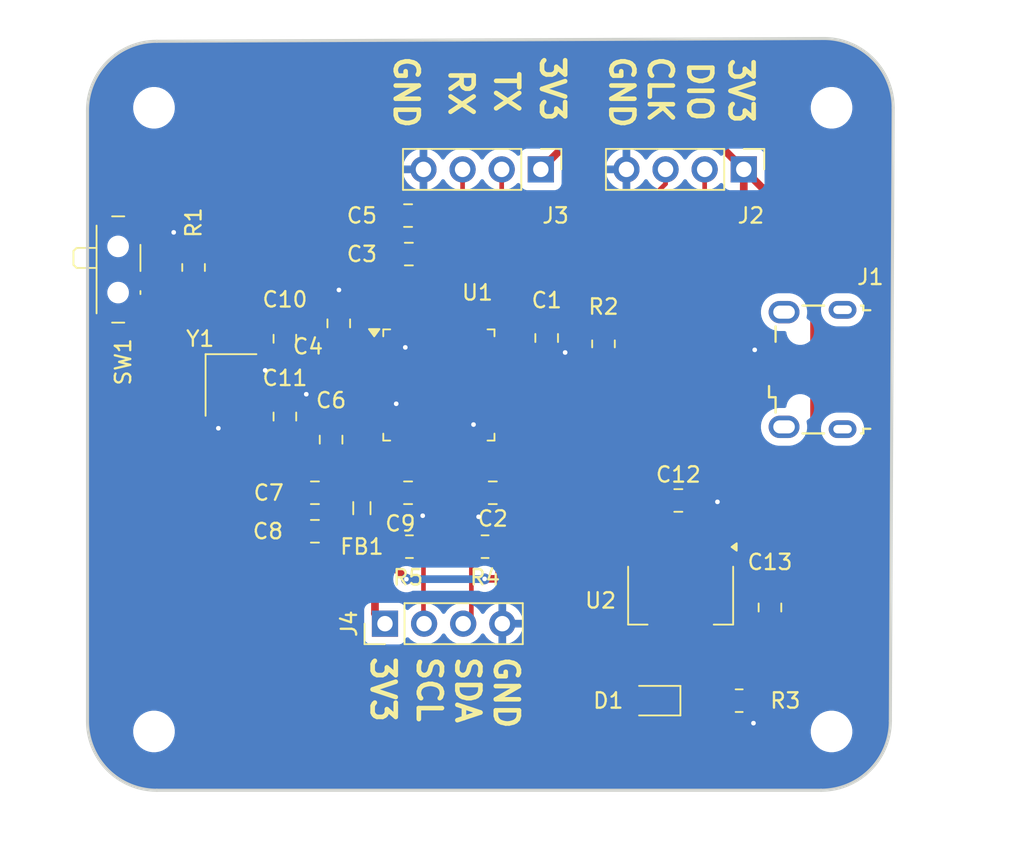
<source format=kicad_pcb>
(kicad_pcb (version 20240108) (generator "pcbnew") (generator_version "8.0")
  (layers (0 "F.Cu" signal) (31 "B.Cu" power) (34 "B.Paste" user) (35 "F.Paste" user) (36 "B.SilkS" user "B.Silkscreen") (37 "F.SilkS" user "F.Silkscreen") (38 "B.Mask" user) (39 "F.Mask" user) (44 "Edge.Cuts" user))
  (net 0 "")
  (net 1 "GND")
  (net 2 "+3V3")
  (net 3 "+3V3A")
  (net 4 "/NRST")
  (net 5 "/HSE_IN")
  (net 6 "/HSE_OUT")
  (net 7 "VBUS")
  (net 8 "/PWR_LED_K")
  (net 13 "/USB_D-")
  (net 15 "/USB_D+")
  (net 16 "/SWDIO")
  (net 17 "/SWCLK")
  (net 18 "/USART1_TX")
  (net 19 "/USART1_RX")
  (net 20 "/I2C_SDA")
  (net 21 "/I2C_SCL")
  (net 22 "/SW_BOOT0")
  (net 23 "/BOOT0")
  (footprint "Capacitor_SMD:C_0805_2012Metric" (layer "F.Cu") (at 138.86 80.47)
    (property "Reference" "C5" (at -3 0 0) (layer "F.SilkS"))
    (property "Value" "10u")
    (fp_line (start -0.261252 -0.735) (end 0.261252 -0.735) (stroke (width 0.12)) (layer "F.SilkS"))
    (fp_line (start -0.261252 0.735) (end 0.261252 0.735) (stroke (width 0.12)) (layer "F.SilkS"))
    (pad "1" smd roundrect (at -0.95 0) (size 1 1.45) (layers "F.Cu" "F.Paste" "F.Mask") (net 2 "+3V3"))
    (pad "2" smd roundrect (at 0.95 0) (size 1 1.45) (layers "F.Cu" "F.Paste" "F.Mask") (net 1 "GND"))
  )
  (footprint "Resistor_SMD:R_0805_2012Metric" (layer "F.Cu") (at 151.55 88.8 90)
    (property "Reference" "R2" (at 2.4125 0 180) (layer "F.SilkS"))
    (property "Value" "1k5")
    (fp_line (start -0.227064 -0.735) (end 0.227064 -0.735) (stroke (width 0.12)) (layer "F.SilkS"))
    (fp_line (start -0.227064 0.735) (end 0.227064 0.735) (stroke (width 0.12)) (layer "F.SilkS"))
    (pad "1" smd roundrect (at -0.9125 0 90) (size 1.025 1.4) (layers "F.Cu" "F.Paste" "F.Mask") (roundrect_rratio 0.243902) (net 15 "/USB_D+"))
    (pad "2" smd roundrect (at 0.9125 0 90) (size 1.025 1.4) (layers "F.Cu" "F.Paste" "F.Mask") (roundrect_rratio 0.243902) (net 2 "+3V3"))
  )
  (footprint "Capacitor_SMD:C_0805_2012Metric" (layer "F.Cu") (at 156.41 98.97)
    (property "Reference" "C12" (at 0 -1.68 0) (layer "F.SilkS"))
    (property "Value" "22u")
    (fp_line (start -0.261252 -0.735) (end 0.261252 -0.735) (stroke (width 0.12)) (layer "F.SilkS"))
    (fp_line (start -0.261252 0.735) (end 0.261252 0.735) (stroke (width 0.12)) (layer "F.SilkS"))
    (pad "1" smd roundrect (at -0.95 0) (size 1 1.45) (layers "F.Cu" "F.Paste" "F.Mask") (net 7 "VBUS"))
    (pad "2" smd roundrect (at 0.95 0) (size 1 1.45) (layers "F.Cu" "F.Paste" "F.Mask") (net 1 "GND"))
  )
  (footprint "Connector_USB:USB_Micro-B_Wuerth_629105150521" (layer "F.Cu") (at 165.125 90.465 90)
    (property "Reference" "J1" (at 6.005 3.755 180) (layer "F.SilkS"))
    (property "Value" "USB_B_Micro")
    (fp_line (start -1.075 -2.825) (end -1.8 -2.825) (stroke (width 0.15)) (layer "F.SilkS"))
    (fp_line (start -1.8 -2.825) (end -1.8 -2.4) (stroke (width 0.15)) (layer "F.SilkS"))
    (fp_line (start 1.8 -2.4) (end 2.8 -2.4) (stroke (width 0.15)) (layer "F.SilkS"))
    (fp_line (start -1.8 -2.4) (end -2.8 -2.4) (stroke (width 0.15)) (layer "F.SilkS"))
    (fp_line (start -4.15 -0.65) (end -4.15 0.75) (stroke (width 0.15)) (layer "F.SilkS"))
    (fp_line (start 4.15 0.75) (end 4.15 -0.65) (stroke (width 0.15)) (layer "F.SilkS"))
    (fp_line (start -4.15 3.15) (end -4.15 3.3) (stroke (width 0.15)) (layer "F.SilkS"))
    (fp_line (start 4.15 3.3) (end 4.15 3.15) (stroke (width 0.15)) (layer "F.SilkS"))
    (fp_line (start 3.85 3.3) (end 4.15 3.3) (stroke (width 0.15)) (layer "F.SilkS"))
    (fp_line (start -3.85 3.3) (end -3.85 3.75) (stroke (width 0.15)) (layer "F.SilkS"))
    (fp_line (start -4.15 3.3) (end -3.85 3.3) (stroke (width 0.15)) (layer "F.SilkS"))
    (fp_line (start 3.85 3.75) (end 3.85 3.3) (stroke (width 0.15)) (layer "F.SilkS"))
    (pad "" np_thru_hole oval (at -2.5 -0.8 90) (size 0.8 0.8) (drill 0.8) (layers "*.Cu" "*.Mask"))
    (pad "" np_thru_hole oval (at 2.5 -0.8 90) (size 0.8 0.8) (drill 0.8) (layers "*.Cu" "*.Mask"))
    (pad "1" smd rect (at -1.3 -1.9 90) (size 0.45 1.3) (layers "F.Cu" "F.Paste" "F.Mask") (net 7 "VBUS"))
    (pad "2" smd rect (at -0.65 -1.9 90) (size 0.45 1.3) (layers "F.Cu" "F.Paste" "F.Mask") (net 13 "/USB_D-"))
    (pad "3" smd rect (at 0 -1.9 90) (size 0.45 1.3) (layers "F.Cu" "F.Paste" "F.Mask") (net 15 "/USB_D+"))
    (pad "4" smd rect (at 0.65 -1.9 90) (size 0.45 1.3) (layers "F.Cu" "F.Paste" "F.Mask"))
    (pad "5" smd rect (at 1.3 -1.9 90) (size 0.45 1.3) (layers "F.Cu" "F.Paste" "F.Mask") (net 1 "GND"))
    (pad "6" thru_hole oval (at -3.875 1.95 90) (size 1.15 1.8) (drill oval 0.55 1.2) (layers "*.Cu" "*.Mask"))
    (pad "6" thru_hole oval (at -3.725 -1.85 90) (size 1.45 2) (drill oval 0.85 1.4) (layers "*.Cu" "*.Mask"))
    (pad "6" thru_hole oval (at 3.725 -1.85 90) (size 1.45 2) (drill oval 0.85 1.4) (layers "*.Cu" "*.Mask"))
    (pad "6" thru_hole oval (at 3.875 1.95 90) (size 1.15 1.8) (drill oval 0.55 1.2) (layers "*.Cu" "*.Mask"))
  )
  (footprint "Capacitor_SMD:C_0805_2012Metric" (layer "F.Cu") (at 132.81 98.47 180)
    (property "Reference" "C7" (at 3 0 360) (layer "F.SilkS"))
    (property "Value" "1u")
    (fp_line (start -0.261252 0.735) (end 0.261252 0.735) (stroke (width 0.12)) (layer "F.SilkS"))
    (fp_line (start -0.261252 -0.735) (end 0.261252 -0.735) (stroke (width 0.12)) (layer "F.SilkS"))
    (pad "1" smd roundrect (at -0.95 0 180) (size 1 1.45) (layers "F.Cu" "F.Paste" "F.Mask") (net 3 "+3V3A"))
    (pad "2" smd roundrect (at 0.95 0 180) (size 1 1.45) (layers "F.Cu" "F.Paste" "F.Mask") (net 1 "GND"))
  )
  (footprint "MountingHole:MountingHole_2.2mm_M2" (layer "F.Cu") (at 166.36 113.97)
    (property "Reference" "H4" (hide yes))
    (property "Value" "MountingHole")
    (pad "" np_thru_hole circle (at 0 0) (size 2.2 2.2) (drill 2.2) (layers "*.Cu" "*.Mask"))
  )
  (footprint "MountingHole:MountingHole_2.2mm_M2" (layer "F.Cu") (at 122.36 73.47)
    (property "Reference" "H1" (hide yes))
    (property "Value" "MountingHole")
    (pad "" np_thru_hole circle (at 0 0) (size 2.2 2.2) (drill 2.2) (layers "*.Cu" "*.Mask"))
  )
  (footprint "Capacitor_SMD:C_0805_2012Metric" (layer "F.Cu") (at 147.86 88.42 -90)
    (property "Reference" "C1" (at -2.45 0 360) (layer "F.SilkS"))
    (property "Value" "100n")
    (fp_line (start -0.261252 0.735) (end 0.261252 0.735) (stroke (width 0.12)) (layer "F.SilkS"))
    (fp_line (start -0.261252 -0.735) (end 0.261252 -0.735) (stroke (width 0.12)) (layer "F.SilkS"))
    (pad "1" smd roundrect (at -0.95 0 270) (size 1 1.45) (layers "F.Cu" "F.Paste" "F.Mask") (net 2 "+3V3"))
    (pad "2" smd roundrect (at 0.95 0 270) (size 1 1.45) (layers "F.Cu" "F.Paste" "F.Mask") (net 1 "GND"))
  )
  (footprint "Button_Switch_SMD:SW_SPDT_PCM12" (layer "F.Cu") (at 120.36 83.97 -90)
    (property "Reference" "SW1" (at 6 0 90) (layer "F.SilkS"))
    (property "Value" "SW_SPDT")
    (fp_line (start -1.2 3.23) (end -0.3 3.23) (stroke (width 0.12)) (layer "F.SilkS"))
    (fp_line (start -1.4 3.02) (end -1.2 3.23) (stroke (width 0.12)) (layer "F.SilkS"))
    (fp_line (start -0.1 3.02) (end -0.3 3.23) (stroke (width 0.12)) (layer "F.SilkS"))
    (fp_line (start -0.1 3.02) (end -0.1 1.73) (stroke (width 0.12)) (layer "F.SilkS"))
    (fp_line (start -2.85 1.73) (end 2.85 1.73) (stroke (width 0.12)) (layer "F.SilkS"))
    (fp_line (start -1.4 1.73) (end -1.4 3.02) (stroke (width 0.12)) (layer "F.SilkS"))
    (fp_line (start 3.45 0.72) (end 3.45 -0.07) (stroke (width 0.12)) (layer "F.SilkS"))
    (fp_line (start -3.45 -0.07) (end -3.45 0.72) (stroke (width 0.12)) (layer "F.SilkS"))
    (fp_line (start -1.6 -1.12) (end 0.1 -1.12) (stroke (width 0.12)) (layer "F.SilkS"))
    (fp_line (start 1.4 -1.12) (end 1.6 -1.12) (stroke (width 0.12)) (layer "F.SilkS"))
    (pad "" smd rect (at -3.65 -0.78 270) (size 1 0.8) (layers "F.Cu" "F.Paste" "F.Mask"))
    (pad "" smd rect (at -3.65 1.43 270) (size 1 0.8) (layers "F.Cu" "F.Paste" "F.Mask"))
    (pad "" np_thru_hole circle (at -1.5 0.33 270) (size 0.9 0.9) (drill 0.9) (layers "*.Cu" "*.Mask"))
    (pad "" np_thru_hole circle (at 1.5 0.33 270) (size 0.9 0.9) (drill 0.9) (layers "*.Cu" "*.Mask"))
    (pad "" smd rect (at 3.65 -0.78 270) (size 1 0.8) (layers "F.Cu" "F.Paste" "F.Mask"))
    (pad "" smd rect (at 3.65 1.43 270) (size 1 0.8) (layers "F.Cu" "F.Paste" "F.Mask"))
    (pad "1" smd rect (at -2.25 -1.43 270) (size 0.7 1.5) (layers "F.Cu" "F.Paste" "F.Mask") (net 1 "GND"))
    (pad "2" smd rect (at 0.75 -1.43 270) (size 0.7 1.5) (layers "F.Cu" "F.Paste" "F.Mask") (net 22 "/SW_BOOT0"))
    (pad "3" smd rect (at 2.25 -1.43 270) (size 0.7 1.5) (layers "F.Cu" "F.Paste" "F.Mask") (net 2 "+3V3"))
  )
  (footprint "Capacitor_SMD:C_0805_2012Metric" (layer "F.Cu") (at 132.81 100.97 180)
    (property "Reference" "C8" (at 3.05 0 360) (layer "F.SilkS"))
    (property "Value" "1u")
    (fp_line (start -0.261252 0.735) (end 0.261252 0.735) (stroke (width 0.12)) (layer "F.SilkS"))
    (fp_line (start -0.261252 -0.735) (end 0.261252 -0.735) (stroke (width 0.12)) (layer "F.SilkS"))
    (pad "1" smd roundrect (at -0.95 0 180) (size 1 1.45) (layers "F.Cu" "F.Paste" "F.Mask") (net 2 "+3V3"))
    (pad "2" smd roundrect (at 0.95 0 180) (size 1 1.45) (layers "F.Cu" "F.Paste" "F.Mask") (net 1 "GND"))
  )
  (footprint "Connector_PinHeader_2.54mm:PinHeader_1x04_P2.54mm_Vertical" (layer "F.Cu") (at 160.66 77.47 -90)
    (property "Reference" "J2" (at 3 -0.46 180) (layer "F.SilkS"))
    (property "Value" "Conn_01x04_Pin")
    (fp_line (start -1.33 8.95) (end 1.33 8.95) (stroke (width 0.12)) (layer "F.SilkS"))
    (fp_line (start -1.33 1.27) (end -1.33 8.95) (stroke (width 0.12)) (layer "F.SilkS"))
    (fp_line (start -1.33 1.27) (end 1.33 1.27) (stroke (width 0.12)) (layer "F.SilkS"))
    (fp_line (start 1.33 1.27) (end 1.33 8.95) (stroke (width 0.12)) (layer "F.SilkS"))
    (fp_line (start -1.33 0) (end -1.33 -1.33) (stroke (width 0.12)) (layer "F.SilkS"))
    (fp_line (start -1.33 -1.33) (end 0 -1.33) (stroke (width 0.12)) (layer "F.SilkS"))
    (pad "1" thru_hole rect (at 0 0 270) (size 1.7 1.7) (drill 1) (layers "*.Cu" "*.Mask") (net 2 "+3V3"))
    (pad "2" thru_hole oval (at 0 2.54 270) (size 1.7 1.7) (drill 1) (layers "*.Cu" "*.Mask") (net 16 "/SWDIO"))
    (pad "3" thru_hole oval (at 0 5.08 270) (size 1.7 1.7) (drill 1) (layers "*.Cu" "*.Mask") (net 17 "/SWCLK"))
    (pad "4" thru_hole oval (at 0 7.62 270) (size 1.7 1.7) (drill 1) (layers "*.Cu" "*.Mask") (net 1 "GND"))
  )
  (footprint "Capacitor_SMD:C_0805_2012Metric" (layer "F.Cu") (at 134.36 87.47 90)
    (property "Reference" "C4" (at -1.5 -2 360) (layer "F.SilkS"))
    (property "Value" "100n")
    (fp_line (start -0.261252 -0.735) (end 0.261252 -0.735) (stroke (width 0.12)) (layer "F.SilkS"))
    (fp_line (start -0.261252 0.735) (end 0.261252 0.735) (stroke (width 0.12)) (layer "F.SilkS"))
    (pad "1" smd roundrect (at -0.95 0 90) (size 1 1.45) (layers "F.Cu" "F.Paste" "F.Mask") (net 2 "+3V3"))
    (pad "2" smd roundrect (at 0.95 0 90) (size 1 1.45) (layers "F.Cu" "F.Paste" "F.Mask") (net 1 "GND"))
  )
  (footprint "Crystal:Crystal_SMD_3225-4Pin_3.2x2.5mm" (layer "F.Cu") (at 127.36 91.47 -90)
    (property "Reference" "Y1" (at -3 2 360) (layer "F.SilkS"))
    (property "Value" "16MHz")
    (fp_line (start -2 1.65) (end 2 1.65) (stroke (width 0.12)) (layer "F.SilkS"))
    (fp_line (start -2 -1.65) (end -2 1.65) (stroke (width 0.12)) (layer "F.SilkS"))
    (pad "1" smd rect (at -1.1 0.85 270) (size 1.4 1.2) (layers "F.Cu" "F.Paste" "F.Mask") (net 5 "/HSE_IN"))
    (pad "2" smd rect (at 1.1 0.85 270) (size 1.4 1.2) (layers "F.Cu" "F.Paste" "F.Mask") (net 1 "GND"))
    (pad "3" smd rect (at 1.1 -0.85 270) (size 1.4 1.2) (layers "F.Cu" "F.Paste" "F.Mask") (net 6 "/HSE_OUT"))
    (pad "4" smd rect (at -1.1 -0.85 270) (size 1.4 1.2) (layers "F.Cu" "F.Paste" "F.Mask") (net 1 "GND"))
  )
  (footprint "Connector_PinHeader_2.54mm:PinHeader_1x04_P2.54mm_Vertical" (layer "F.Cu") (at 147.48 77.47 -90)
    (property "Reference" "J3" (at 3 -0.96 180) (layer "F.SilkS"))
    (property "Value" "Conn_01x04_Pin")
    (fp_line (start -1.33 8.95) (end 1.33 8.95) (stroke (width 0.12)) (layer "F.SilkS"))
    (fp_line (start -1.33 1.27) (end -1.33 8.95) (stroke (width 0.12)) (layer "F.SilkS"))
    (fp_line (start -1.33 1.27) (end 1.33 1.27) (stroke (width 0.12)) (layer "F.SilkS"))
    (fp_line (start 1.33 1.27) (end 1.33 8.95) (stroke (width 0.12)) (layer "F.SilkS"))
    (fp_line (start -1.33 0) (end -1.33 -1.33) (stroke (width 0.12)) (layer "F.SilkS"))
    (fp_line (start -1.33 -1.33) (end 0 -1.33) (stroke (width 0.12)) (layer "F.SilkS"))
    (pad "1" thru_hole rect (at 0 0 270) (size 1.7 1.7) (drill 1) (layers "*.Cu" "*.Mask") (net 2 "+3V3"))
    (pad "2" thru_hole oval (at 0 2.54 270) (size 1.7 1.7) (drill 1) (layers "*.Cu" "*.Mask") (net 18 "/USART1_TX"))
    (pad "3" thru_hole oval (at 0 5.08 270) (size 1.7 1.7) (drill 1) (layers "*.Cu" "*.Mask") (net 19 "/USART1_RX"))
    (pad "4" thru_hole oval (at 0 7.62 270) (size 1.7 1.7) (drill 1) (layers "*.Cu" "*.Mask") (net 1 "GND"))
  )
  (footprint "Capacitor_SMD:C_0805_2012Metric" (layer "F.Cu") (at 138.91 82.97)
    (property "Reference" "C3" (at -3.05 0 0) (layer "F.SilkS"))
    (property "Value" "100n")
    (fp_line (start -0.261252 -0.735) (end 0.261252 -0.735) (stroke (width 0.12)) (layer "F.SilkS"))
    (fp_line (start -0.261252 0.735) (end 0.261252 0.735) (stroke (width 0.12)) (layer "F.SilkS"))
    (pad "1" smd roundrect (at -0.95 0) (size 1 1.45) (layers "F.Cu" "F.Paste" "F.Mask") (net 2 "+3V3"))
    (pad "2" smd roundrect (at 0.95 0) (size 1 1.45) (layers "F.Cu" "F.Paste" "F.Mask") (net 1 "GND"))
  )
  (footprint "MountingHole:MountingHole_2.2mm_M2" (layer "F.Cu") (at 122.36 113.97)
    (property "Reference" "H3" (hide yes))
    (property "Value" "MountingHole")
    (pad "" np_thru_hole circle (at 0 0) (size 2.2 2.2) (drill 2.2) (layers "*.Cu" "*.Mask"))
  )
  (footprint "Package_TO_SOT_SMD:SOT-223-3_TabPin2" (layer "F.Cu") (at 156.56 105.12 -90)
    (property "Reference" "U2" (at 0.35 5.2 180) (layer "F.SilkS"))
    (property "Value" "AMS1117-3.3")
    (fp_line (start -1.85 3.41) (end 1.91 3.41) (stroke (width 0.12)) (layer "F.SilkS"))
    (fp_line (start 1.91 3.41) (end 1.91 2.15) (stroke (width 0.12)) (layer "F.SilkS"))
    (fp_line (start -1.85 -3.41) (end 1.91 -3.41) (stroke (width 0.12)) (layer "F.SilkS"))
    (fp_line (start 1.91 -3.41) (end 1.91 -2.15) (stroke (width 0.12)) (layer "F.SilkS"))
    (fp_poly (pts (xy -3.13 -3.31) (xy -3.37 -3.64) (xy -2.89 -3.64) (xy -3.13 -3.31)) (stroke (width 0.12)) (fill solid) (layer "F.SilkS"))
    (pad "1" smd roundrect (at -3.15 -2.3 270) (size 2 1.5) (layers "F.Cu" "F.Paste" "F.Mask") (net 1 "GND"))
    (pad "2" smd roundrect (at -3.15 0 270) (size 2 1.5) (layers "F.Cu" "F.Paste" "F.Mask") (net 2 "+3V3"))
    (pad "2" smd roundrect (at 3.15 0 270) (size 2 3.8) (layers "F.Cu" "F.Paste" "F.Mask") (net 2 "+3V3"))
    (pad "3" smd roundrect (at -3.15 2.3 270) (size 2 1.5) (layers "F.Cu" "F.Paste" "F.Mask") (net 7 "VBUS"))
  )
  (footprint "Capacitor_SMD:C_0805_2012Metric" (layer "F.Cu") (at 130.86 88.47 90)
    (property "Reference" "C10" (at 2.55 0 180) (layer "F.SilkS"))
    (property "Value" "10p")
    (fp_line (start -0.261252 -0.735) (end 0.261252 -0.735) (stroke (width 0.12)) (layer "F.SilkS"))
    (fp_line (start -0.261252 0.735) (end 0.261252 0.735) (stroke (width 0.12)) (layer "F.SilkS"))
    (pad "1" smd roundrect (at -0.95 0 90) (size 1 1.45) (layers "F.Cu" "F.Paste" "F.Mask") (net 5 "/HSE_IN"))
    (pad "2" smd roundrect (at 0.95 0 90) (size 1 1.45) (layers "F.Cu" "F.Paste" "F.Mask") (net 1 "GND"))
  )
  (footprint "LED_SMD:LED_0805_2012Metric" (layer "F.Cu") (at 154.86 111.97 180)
    (property "Reference" "D1" (at 3 0 360) (layer "F.SilkS"))
    (property "Value" "RED LED")
    (fp_line (start 1 -0.96) (end -1.685 -0.96) (stroke (width 0.12)) (layer "F.SilkS"))
    (fp_line (start -1.685 0.96) (end 1 0.96) (stroke (width 0.12)) (layer "F.SilkS"))
    (fp_line (start -1.685 -0.96) (end -1.685 0.96) (stroke (width 0.12)) (layer "F.SilkS"))
    (pad "1" smd roundrect (at -0.9375 0 180) (size 0.975 1.4) (layers "F.Cu" "F.Paste" "F.Mask") (net 8 "/PWR_LED_K"))
    (pad "2" smd roundrect (at 0.9375 0 180) (size 0.975 1.4) (layers "F.Cu" "F.Paste" "F.Mask") (net 2 "+3V3"))
  )
  (footprint "Connector_PinHeader_2.54mm:PinHeader_1x04_P2.54mm_Vertical" (layer "F.Cu") (at 137.36 106.97 90)
    (property "Reference" "J4" (at 0 -2.33 90) (layer "F.SilkS"))
    (property "Value" "Conn_01x04_Pin")
    (fp_line (start -1.33 -1.33) (end 0 -1.33) (stroke (width 0.12)) (layer "F.SilkS"))
    (fp_line (start -1.33 0) (end -1.33 -1.33) (stroke (width 0.12)) (layer "F.SilkS"))
    (fp_line (start 1.33 1.27) (end 1.33 8.95) (stroke (width 0.12)) (layer "F.SilkS"))
    (fp_line (start -1.33 1.27) (end 1.33 1.27) (stroke (width 0.12)) (layer "F.SilkS"))
    (fp_line (start -1.33 1.27) (end -1.33 8.95) (stroke (width 0.12)) (layer "F.SilkS"))
    (fp_line (start -1.33 8.95) (end 1.33 8.95) (stroke (width 0.12)) (layer "F.SilkS"))
    (pad "1" thru_hole rect (at 0 0 90) (size 1.7 1.7) (drill 1) (layers "*.Cu" "*.Mask") (net 2 "+3V3"))
    (pad "2" thru_hole oval (at 0 2.54 90) (size 1.7 1.7) (drill 1) (layers "*.Cu" "*.Mask") (net 21 "/I2C_SCL"))
    (pad "3" thru_hole oval (at 0 5.08 90) (size 1.7 1.7) (drill 1) (layers "*.Cu" "*.Mask") (net 20 "/I2C_SDA"))
    (pad "4" thru_hole oval (at 0 7.62 90) (size 1.7 1.7) (drill 1) (layers "*.Cu" "*.Mask") (net 1 "GND"))
  )
  (footprint "Capacitor_SMD:C_0805_2012Metric" (layer "F.Cu") (at 162.36 105.92 90)
    (property "Reference" "C13" (at 2.95 0 180) (layer "F.SilkS"))
    (property "Value" "22u")
    (fp_line (start -0.261252 -0.735) (end 0.261252 -0.735) (stroke (width 0.12)) (layer "F.SilkS"))
    (fp_line (start -0.261252 0.735) (end 0.261252 0.735) (stroke (width 0.12)) (layer "F.SilkS"))
    (pad "1" smd roundrect (at -0.95 0 90) (size 1 1.45) (layers "F.Cu" "F.Paste" "F.Mask") (net 2 "+3V3"))
    (pad "2" smd roundrect (at 0.95 0 90) (size 1 1.45) (layers "F.Cu" "F.Paste" "F.Mask") (net 1 "GND"))
  )
  (footprint "Resistor_SMD:R_0805_2012Metric" (layer "F.Cu") (at 124.93 83.84 90)
    (property "Reference" "R1" (at 2.9125 0 90) (layer "F.SilkS"))
    (property "Value" "10K")
    (fp_line (start -0.227064 -0.735) (end 0.227064 -0.735) (stroke (width 0.12)) (layer "F.SilkS"))
    (fp_line (start -0.227064 0.735) (end 0.227064 0.735) (stroke (width 0.12)) (layer "F.SilkS"))
    (pad "1" smd roundrect (at -0.9125 0 90) (size 1.025 1.4) (layers "F.Cu" "F.Paste" "F.Mask") (roundrect_rratio 0.243902) (net 22 "/SW_BOOT0"))
    (pad "2" smd roundrect (at 0.9125 0 90) (size 1.025 1.4) (layers "F.Cu" "F.Paste" "F.Mask") (roundrect_rratio 0.243902) (net 23 "/BOOT0"))
  )
  (footprint "Resistor_SMD:R_0805_2012Metric" (layer "F.Cu") (at 138.9475 101.97 180)
    (property "Reference" "R5" (at 0.0875 -2 360) (layer "F.SilkS"))
    (property "Value" "1k5")
    (fp_line (start -0.227064 0.735) (end 0.227064 0.735) (stroke (width 0.12)) (layer "F.SilkS"))
    (fp_line (start -0.227064 -0.735) (end 0.227064 -0.735) (stroke (width 0.12)) (layer "F.SilkS"))
    (pad "1" smd roundrect (at -0.9125 0 180) (size 1.025 1.4) (layers "F.Cu" "F.Paste" "F.Mask") (roundrect_rratio 0.243902) (net 21 "/I2C_SCL"))
    (pad "2" smd roundrect (at 0.9125 0 180) (size 1.025 1.4) (layers "F.Cu" "F.Paste" "F.Mask") (roundrect_rratio 0.243902) (net 2 "+3V3"))
  )
  (footprint "Resistor_SMD:R_0805_2012Metric" (layer "F.Cu") (at 160.36 111.97 180)
    (property "Reference" "R3" (at -3 0 360) (layer "F.SilkS"))
    (property "Value" "1k5")
    (fp_line (start -0.227064 0.735) (end 0.227064 0.735) (stroke (width 0.12)) (layer "F.SilkS"))
    (fp_line (start -0.227064 -0.735) (end 0.227064 -0.735) (stroke (width 0.12)) (layer "F.SilkS"))
    (pad "1" smd roundrect (at -0.9125 0 180) (size 1.025 1.4) (layers "F.Cu" "F.Paste" "F.Mask") (roundrect_rratio 0.243902) (net 1 "GND"))
    (pad "2" smd roundrect (at 0.9125 0 180) (size 1.025 1.4) (layers "F.Cu" "F.Paste" "F.Mask") (roundrect_rratio 0.243902) (net 8 "/PWR_LED_K"))
  )
  (footprint "MountingHole:MountingHole_2.2mm_M2" (layer "F.Cu") (at 166.36 73.47)
    (property "Reference" "H2" (hide yes))
    (property "Value" "MountingHole")
    (pad "" np_thru_hole circle (at 0 0) (size 2.2 2.2) (drill 2.2) (layers "*.Cu" "*.Mask"))
  )
  (footprint "Capacitor_SMD:C_0805_2012Metric" (layer "F.Cu") (at 144.36 98.47 180)
    (property "Reference" "C2" (at 0 -1.68 360) (layer "F.SilkS"))
    (property "Value" "100n")
    (fp_line (start -0.261252 0.735) (end 0.261252 0.735) (stroke (width 0.12)) (layer "F.SilkS"))
    (fp_line (start -0.261252 -0.735) (end 0.261252 -0.735) (stroke (width 0.12)) (layer "F.SilkS"))
    (pad "1" smd roundrect (at -0.95 0 180) (size 1 1.45) (layers "F.Cu" "F.Paste" "F.Mask") (net 2 "+3V3"))
    (pad "2" smd roundrect (at 0.95 0 180) (size 1 1.45) (layers "F.Cu" "F.Paste" "F.Mask") (net 1 "GND"))
  )
  (footprint "Resistor_SMD:R_0805_2012Metric" (layer "F.Cu") (at 143.86 101.97)
    (property "Reference" "R4" (at 0 2 0) (layer "F.SilkS"))
    (property "Value" "1k5")
    (fp_line (start -0.227064 -0.735) (end 0.227064 -0.735) (stroke (width 0.12)) (layer "F.SilkS"))
    (fp_line (start -0.227064 0.735) (end 0.227064 0.735) (stroke (width 0.12)) (layer "F.SilkS"))
    (pad "1" smd roundrect (at -0.9125 0) (size 1.025 1.4) (layers "F.Cu" "F.Paste" "F.Mask") (roundrect_rratio 0.243902) (net 20 "/I2C_SDA"))
    (pad "2" smd roundrect (at 0.9125 0) (size 1.025 1.4) (layers "F.Cu" "F.Paste" "F.Mask") (roundrect_rratio 0.243902) (net 2 "+3V3"))
  )
  (footprint "Capacitor_SMD:C_0805_2012Metric" (layer "F.Cu") (at 130.86 93.52 90)
    (property "Reference" "C11" (at 2.5 0 180) (layer "F.SilkS"))
    (property "Value" "10p")
    (fp_line (start -0.261252 -0.735) (end 0.261252 -0.735) (stroke (width 0.12)) (layer "F.SilkS"))
    (fp_line (start -0.261252 0.735) (end 0.261252 0.735) (stroke (width 0.12)) (layer "F.SilkS"))
    (pad "1" smd roundrect (at -0.95 0 90) (size 1 1.45) (layers "F.Cu" "F.Paste" "F.Mask") (net 6 "/HSE_OUT"))
    (pad "2" smd roundrect (at 0.95 0 90) (size 1 1.45) (layers "F.Cu" "F.Paste" "F.Mask") (net 1 "GND"))
  )
  (footprint "Capacitor_SMD:C_0805_2012Metric" (layer "F.Cu") (at 133.86 95.02 90)
    (property "Reference" "C6" (at 2.55 0 180) (layer "F.SilkS"))
    (property "Value" "10n")
    (fp_line (start -0.261252 -0.735) (end 0.261252 -0.735) (stroke (width 0.12)) (layer "F.SilkS"))
    (fp_line (start -0.261252 0.735) (end 0.261252 0.735) (stroke (width 0.12)) (layer "F.SilkS"))
    (pad "1" smd roundrect (at -0.95 0 90) (size 1 1.45) (layers "F.Cu" "F.Paste" "F.Mask") (net 3 "+3V3A"))
    (pad "2" smd roundrect (at 0.95 0 90) (size 1 1.45) (layers "F.Cu" "F.Paste" "F.Mask") (net 1 "GND"))
  )
  (footprint "Capacitor_SMD:C_0805_2012Metric" (layer "F.Cu") (at 138.86 98.47)
    (property "Reference" "C9" (at -0.5 2 0) (layer "F.SilkS"))
    (property "Value" "100n")
    (fp_line (start -0.261252 -0.735) (end 0.261252 -0.735) (stroke (width 0.12)) (layer "F.SilkS"))
    (fp_line (start -0.261252 0.735) (end 0.261252 0.735) (stroke (width 0.12)) (layer "F.SilkS"))
    (pad "1" smd roundrect (at -0.95 0) (size 1 1.45) (layers "F.Cu" "F.Paste" "F.Mask") (net 4 "/NRST"))
    (pad "2" smd roundrect (at 0.95 0) (size 1 1.45) (layers "F.Cu" "F.Paste" "F.Mask") (net 1 "GND"))
  )
  (footprint "Inductor_SMD:L_0805_2012Metric" (layer "F.Cu") (at 135.86 99.47 -90)
    (property "Reference" "FB1" (at 2.5 0 180) (layer "F.SilkS"))
    (property "Value" "120R")
    (fp_line (start -0.399622 0.56) (end 0.399622 0.56) (stroke (width 0.12)) (layer "F.SilkS"))
    (fp_line (start -0.399622 -0.56) (end 0.399622 -0.56) (stroke (width 0.12)) (layer "F.SilkS"))
    (pad "1" smd roundrect (at -1.0625 0 270) (size 0.875 1.2) (layers "F.Cu" "F.Paste" "F.Mask") (net 3 "+3V3A"))
    (pad "2" smd roundrect (at 1.0625 0 270) (size 0.875 1.2) (layers "F.Cu" "F.Paste" "F.Mask") (net 2 "+3V3"))
  )
  (footprint "Package_QFP:LQFP-48_7x7mm_P0.5mm" (layer "F.Cu") (at 140.86 91.47)
    (property "Reference" "U1" (at 2.5 -6 0) (layer "F.SilkS"))
    (property "Value" "STM32F103C8T6")
    (fp_line (start -3.61 -3.61) (end -3.61 -3.16) (stroke (width 0.12)) (layer "F.SilkS"))
    (fp_line (start -3.61 3.61) (end -3.61 3.16) (stroke (width 0.12)) (layer "F.SilkS"))
    (fp_line (start -3.16 -3.61) (end -3.61 -3.61) (stroke (width 0.12)) (layer "F.SilkS"))
    (fp_line (start -3.16 3.61) (end -3.61 3.61) (stroke (width 0.12)) (layer "F.SilkS"))
    (fp_line (start 3.16 -3.61) (end 3.61 -3.61) (stroke (width 0.12)) (layer "F.SilkS"))
    (fp_line (start 3.16 3.61) (end 3.61 3.61) (stroke (width 0.12)) (layer "F.SilkS"))
    (fp_line (start 3.61 -3.61) (end 3.61 -3.16) (stroke (width 0.12)) (layer "F.SilkS"))
    (fp_line (start 3.61 3.61) (end 3.61 3.16) (stroke (width 0.12)) (layer "F.SilkS"))
    (fp_poly (pts (xy -4.2 -3.16) (xy -4.54 -3.63) (xy -3.86 -3.63) (xy -4.2 -3.16)) (stroke (width 0.12)) (fill solid) (layer "F.SilkS"))
    (pad "1" smd roundrect (at -4.1625 -2.75) (size 1.475 0.3) (layers "F.Cu" "F.Paste" "F.Mask") (net 2 "+3V3"))
    (pad "2" smd roundrect (at -4.1625 -2.25) (size 1.475 0.3) (layers "F.Cu" "F.Paste" "F.Mask"))
    (pad "3" smd roundrect (at -4.1625 -1.75) (size 1.475 0.3) (layers "F.Cu" "F.Paste" "F.Mask"))
    (pad "4" smd roundrect (at -4.1625 -1.25) (size 1.475 0.3) (layers "F.Cu" "F.Paste" "F.Mask"))
    (pad "5" smd roundrect (at -4.1625 -0.75) (size 1.475 0.3) (layers "F.Cu" "F.Paste" "F.Mask") (net 5 "/HSE_IN"))
    (pad "6" smd roundrect (at -4.1625 -0.25) (size 1.475 0.3) (layers "F.Cu" "F.Paste" "F.Mask") (net 6 "/HSE_OUT"))
    (pad "7" smd roundrect (at -4.1625 0.25) (size 1.475 0.3) (layers "F.Cu" "F.Paste" "F.Mask") (net 4 "/NRST"))
    (pad "8" smd roundrect (at -4.1625 0.75) (size 1.475 0.3) (layers "F.Cu" "F.Paste" "F.Mask") (net 1 "GND"))
    (pad "9" smd roundrect (at -4.1625 1.25) (size 1.475 0.3) (layers "F.Cu" "F.Paste" "F.Mask") (net 3 "+3V3A"))
    (pad "10" smd roundrect (at -4.1625 1.75) (size 1.475 0.3) (layers "F.Cu" "F.Paste" "F.Mask"))
    (pad "11" smd roundrect (at -4.1625 2.25) (size 1.475 0.3) (layers "F.Cu" "F.Paste" "F.Mask"))
    (pad "12" smd roundrect (at -4.1625 2.75) (size 1.475 0.3) (layers "F.Cu" "F.Paste" "F.Mask"))
    (pad "13" smd roundrect (at -2.75 4.1625) (size 0.3 1.475) (layers "F.Cu" "F.Paste" "F.Mask"))
    (pad "14" smd roundrect (at -2.25 4.1625) (size 0.3 1.475) (layers "F.Cu" "F.Paste" "F.Mask"))
    (pad "15" smd roundrect (at -1.75 4.1625) (size 0.3 1.475) (layers "F.Cu" "F.Paste" "F.Mask"))
    (pad "16" smd roundrect (at -1.25 4.1625) (size 0.3 1.475) (layers "F.Cu" "F.Paste" "F.Mask"))
    (pad "17" smd roundrect (at -0.75 4.1625) (size 0.3 1.475) (layers "F.Cu" "F.Paste" "F.Mask"))
    (pad "18" smd roundrect (at -0.25 4.1625) (size 0.3 1.475) (layers "F.Cu" "F.Paste" "F.Mask"))
    (pad "19" smd roundrect (at 0.25 4.1625) (size 0.3 1.475) (layers "F.Cu" "F.Paste" "F.Mask"))
    (pad "20" smd roundrect (at 0.75 4.1625) (size 0.3 1.475) (layers "F.Cu" "F.Paste" "F.Mask"))
    (pad "21" smd roundrect (at 1.25 4.1625) (size 0.3 1.475) (layers "F.Cu" "F.Paste" "F.Mask") (net 21 "/I2C_SCL"))
    (pad "22" smd roundrect (at 1.75 4.1625) (size 0.3 1.475) (layers "F.Cu" "F.Paste" "F.Mask") (net 20 "/I2C_SDA"))
    (pad "23" smd roundrect (at 2.25 4.1625) (size 0.3 1.475) (layers "F.Cu" "F.Paste" "F.Mask") (net 1 "GND"))
    (pad "24" smd roundrect (at 2.75 4.1625) (size 0.3 1.475) (layers "F.Cu" "F.Paste" "F.Mask") (net 2 "+3V3"))
    (pad "25" smd roundrect (at 4.1625 2.75) (size 1.475 0.3) (layers "F.Cu" "F.Paste" "F.Mask"))
    (pad "26" smd roundrect (at 4.1625 2.25) (size 1.475 0.3) (layers "F.Cu" "F.Paste" "F.Mask"))
    (pad "27" smd roundrect (at 4.1625 1.75) (size 1.475 0.3) (layers "F.Cu" "F.Paste" "F.Mask"))
    (pad "28" smd roundrect (at 4.1625 1.25) (size 1.475 0.3) (layers "F.Cu" "F.Paste" "F.Mask"))
    (pad "29" smd roundrect (at 4.1625 0.75) (size 1.475 0.3) (layers "F.Cu" "F.Paste" "F.Mask"))
    (pad "30" smd roundrect (at 4.1625 0.25) (size 1.475 0.3) (layers "F.Cu" "F.Paste" "F.Mask"))
    (pad "31" smd roundrect (at 4.1625 -0.25) (size 1.475 0.3) (layers "F.Cu" "F.Paste" "F.Mask"))
    (pad "32" smd roundrect (at 4.1625 -0.75) (size 1.475 0.3) (layers "F.Cu" "F.Paste" "F.Mask") (net 13 "/USB_D-"))
    (pad "33" smd roundrect (at 4.1625 -1.25) (size 1.475 0.3) (layers "F.Cu" "F.Paste" "F.Mask") (net 15 "/USB_D+"))
    (pad "34" smd roundrect (at 4.1625 -1.75) (size 1.475 0.3) (layers "F.Cu" "F.Paste" "F.Mask") (net 16 "/SWDIO"))
    (pad "35" smd roundrect (at 4.1625 -2.25) (size 1.475 0.3) (layers "F.Cu" "F.Paste" "F.Mask") (net 1 "GND"))
    (pad "36" smd roundrect (at 4.1625 -2.75) (size 1.475 0.3) (layers "F.Cu" "F.Paste" "F.Mask") (net 2 "+3V3"))
    (pad "37" smd roundrect (at 2.75 -4.1625) (size 0.3 1.475) (layers "F.Cu" "F.Paste" "F.Mask") (net 17 "/SWCLK"))
    (pad "38" smd roundrect (at 2.25 -4.1625) (size 0.3 1.475) (layers "F.Cu" "F.Paste" "F.Mask"))
    (pad "39" smd roundrect (at 1.75 -4.1625) (size 0.3 1.475) (layers "F.Cu" "F.Paste" "F.Mask"))
    (pad "40" smd roundrect (at 1.25 -4.1625) (size 0.3 1.475) (layers "F.Cu" "F.Paste" "F.Mask"))
    (pad "41" smd roundrect (at 0.75 -4.1625) (size 0.3 1.475) (layers "F.Cu" "F.Paste" "F.Mask"))
    (pad "42" smd roundrect (at 0.25 -4.1625) (size 0.3 1.475) (layers "F.Cu" "F.Paste" "F.Mask") (net 18 "/USART1_TX"))
    (pad "43" smd roundrect (at -0.25 -4.1625) (size 0.3 1.475) (layers "F.Cu" "F.Paste" "F.Mask") (net 19 "/USART1_RX"))
    (pad "44" smd roundrect (at -0.75 -4.1625) (size 0.3 1.475) (layers "F.Cu" "F.Paste" "F.Mask") (net 23 "/BOOT0"))
    (pad "45" smd roundrect (at -1.25 -4.1625) (size 0.3 1.475) (layers "F.Cu" "F.Paste" "F.Mask"))
    (pad "46" smd roundrect (at -1.75 -4.1625) (size 0.3 1.475) (layers "F.Cu" "F.Paste" "F.Mask"))
    (pad "47" smd roundrect (at -2.25 -4.1625) (size 0.3 1.475) (layers "F.Cu" "F.Paste" "F.Mask") (net 1 "GND"))
    (pad "48" smd roundrect (at -2.75 -4.1625) (size 0.3 1.475) (layers "F.Cu" "F.Paste" "F.Mask") (net 2 "+3V3"))
  )
  (gr_arc (start 170.178019 113.288019) (mid 168.86 116.47) (end 165.678019 117.788019) (stroke (width 0.2)) (layer "Edge.Cuts"))
  (gr_arc (start 118.041981 73.651981) (mid 119.36 70.47) (end 122.541981 69.151981) (stroke (width 0.2)) (layer "Edge.Cuts"))
  (gr_line (start 122.541981 69.151981) (end 165.86 68.97) (stroke (width 0.2)) (layer "Edge.Cuts"))
  (gr_line (start 170.36 73.47) (end 170.178019 113.288019) (stroke (width 0.2)) (layer "Edge.Cuts"))
  (gr_line (start 118.041981 113.288019) (end 118.041981 73.651981) (stroke (width 0.2)) (layer "Edge.Cuts"))
  (gr_arc (start 165.86 68.97) (mid 169.041981 70.288019) (end 170.36 73.47) (stroke (width 0.2)) (layer "Edge.Cuts"))
  (gr_arc (start 122.541981 117.788019) (mid 119.36 116.47) (end 118.041981 113.288019) (stroke (width 0.2)) (layer "Edge.Cuts"))
  (gr_line (start 165.678019 117.788019) (end 122.541981 117.788019) (stroke (width 0.2)) (layer "Edge.Cuts"))
  (gr_text "3V3\n" (at 136.36 108.97 270) (layer "F.SilkS") (effects (font (size 1.5 1.5) (thickness 0.3) (bold yes)) (justify left bottom)))
  (gr_text "DIO\n" (at 156.92 70.31 270) (layer "F.SilkS") (effects (font (size 1.5 1.5) (thickness 0.3) (bold yes)) (justify left bottom)))
  (gr_text "SCL\n" (at 139.36 108.97 270) (layer "F.SilkS") (effects (font (size 1.5 1.5) (thickness 0.3) (bold yes)) (justify left bottom)))
  (gr_text "SDA\n" (at 141.86 108.97 270) (layer "F.SilkS") (effects (font (size 1.5 1.5) (thickness 0.3) (bold yes)) (justify left bottom)))
  (gr_text "GND\n" (at 144.36 108.97 270) (layer "F.SilkS") (effects (font (size 1.5 1.5) (thickness 0.3) (bold yes)) (justify left bottom)))
  (gr_text "GND\n" (at 137.86 69.97 -90) (layer "F.SilkS") (effects (font (size 1.5 1.5) (thickness 0.3) (bold yes)) (justify left bottom)))
  (gr_text "3V3\n" (at 159.6 70.1 270) (layer "F.SilkS") (effects (font (size 1.5 1.5) (thickness 0.3) (bold yes)) (justify left bottom)))
  (gr_text "TX\n" (at 144.38 70.95 270) (layer "F.SilkS") (effects (font (size 1.5 1.5) (thickness 0.3) (bold yes)) (justify left bottom)))
  (gr_text "GND\n" (at 151.86 69.97 -90) (layer "F.SilkS") (effects (font (size 1.5 1.5) (thickness 0.3) (bold yes)) (justify left bottom)))
  (gr_text "CLK\n" (at 154.36 69.97 270) (layer "F.SilkS") (effects (font (size 1.5 1.5) (thickness 0.3) (bold yes)) (justify left bottom)))
  (gr_text "3V3\n" (at 147.36 69.97 270) (layer "F.SilkS") (effects (font (size 1.5 1.5) (thickness 0.3) (bold yes)) (justify left bottom)))
  (gr_text "RX\n" (at 141.42 70.82 270) (layer "F.SilkS") (effects (font (size 1.5 1.5) (thickness 0.3) (bold yes)) (justify left bottom)))
  (segment (start 138.61 84.22) (end 139.86 82.97) (width 0.3) (layer "F.Cu") (net 1))
  (segment (start 143.11 95.6325) (end 143.11 98.17) (width 0.3) (layer "F.Cu") (net 1))
  (segment (start 139.86 80.52) (end 139.81 80.47) (width 0.3) (layer "F.Cu") (net 1))
  (segment (start 133.36 87.52) (end 134.36 86.52) (width 0.5) (layer "F.Cu") (net 1))
  (segment (start 123.64 81.56) (end 123.48 81.72) (width 0.5) (layer "F.Cu") (net 1))
  (segment (start 157.36 98.97) (end 158.86 98.97) (width 0.5) (layer "F.Cu") (net 1))
  (segment (start 137.62 92.22) (end 136.6975 92.22) (width 0.3) (layer "F.Cu") (net 1))
  (segment (start 161.2725 113.4125) (end 161.29 113.43) (width 0.3) (layer "F.Cu") (net 1))
  (segment (start 158.95 99.06) (end 158.95 101.88) (width 0.5) (layer "F.Cu") (net 1))
  (segment (start 163.225 89.165) (end 161.395 89.165) (width 0.3) (layer "F.Cu") (net 1))
  (segment (start 134.36 85.31) (end 134.37 85.3) (width 0.3) (layer "F.Cu") (net 1))
  (segment (start 143.41 100) (end 143.44 100.03) (width 0.3) (layer "F.Cu") (net 1))
  (segment (start 158.86 98.97) (end 158.95 99.06) (width 0.5) (layer "F.Cu") (net 1))
  (segment (start 158.95 101.88) (end 158.86 101.97) (width 0.5) (layer "F.Cu") (net 1))
  (segment (start 138.61 87.3075) (end 138.61 88.96) (width 0.3) (layer "F.Cu") (net 1))
  (segment (start 143.41 98.47) (end 143.41 100) (width 0.3) (layer "F.Cu") (net 1))
  (segment (start 128.21 90.37) (end 129.43 90.37) (width 0.3) (layer "F.Cu") (net 1))
  (segment (start 143.11 95.6325) (end 143.11 94.04) (width 0.3) (layer "F.Cu") (net 1))
  (segment (start 145.0225 89.22) (end 147.71 89.22) (width 0.3) (layer "F.Cu") (net 1))
  (segment (start 135.21 92.22) (end 136.6975 92.22) (width 0.3) (layer "F.Cu") (net 1))
  (segment (start 130.86 92.57) (end 131.75 92.57) (width 0.3) (layer "F.Cu") (net 1))
  (segment (start 147.71 89.22) (end 147.86 89.37) (width 0.3) (layer "F.Cu") (net 1))
  (segment (start 139.81 98.47) (end 139.81 99.96) (width 0.3) (layer "F.Cu") (net 1))
  (segment (start 134.36 86.52) (end 134.36 85.31) (width 0.3) (layer "F.Cu") (net 1))
  (segment (start 149.05 89.37) (end 149.06 89.36) (width 0.3) (layer "F.Cu") (net 1))
  (segment (start 161.86 104.97) (end 158.86 101.97) (width 0.5) (layer "F.Cu") (net 1))
  (segment (start 131.86 98.47) (end 131.86 96.07) (width 0.3) (layer "F.Cu") (net 1))
  (segment (start 126.51 92.57) (end 126.51 94.25) (width 0.3) (layer "F.Cu") (net 1))
  (segment (start 129.43 90.37) (end 129.58 90.52) (width 0.3) (layer "F.Cu") (net 1))
  (segment (start 161.2725 111.97) (end 161.2725 113.4125) (width 0.3) (layer "F.Cu") (net 1))
  (segment (start 139.86 82.97) (end 139.86 80.52) (width 0.5) (layer "F.Cu") (net 1))
  (segment (start 126.51 94.25) (end 126.54 94.28) (width 0.3) (layer "F.Cu") (net 1))
  (segment (start 123.48 81.72) (end 121.79 81.72) (width 0.5) (layer "F.Cu") (net 1))
  (segment (start 134.4975 86.52) (end 134.36 86.52) (width 0.3) (layer "F.Cu") (net 1))
  (segment (start 138.61 88.96) (end 138.68 89.03) (width 0.3) (layer "F.Cu") (net 1))
  (segment (start 161.395 89.165) (end 161.37 89.19) (width 0.3) (layer "F.Cu") (net 1))
  (segment (start 147.86 89.37) (end 149.05 89.37) (width 0.3) (layer "F.Cu") (net 1))
  (segment (start 138.61 87.3075) (end 138.61 84.22) (width 0.3) (layer "F.Cu") (net 1))
  (segment (start 138.09 92.69) (end 137.62 92.22) (width 0.3) (layer "F.Cu") (net 1))
  (segment (start 133.86 93.57) (end 135.21 92.22) (width 0.3) (layer "F.Cu") (net 1))
  (segment (start 131.86 98.47) (end 131.86 100.97) (width 0.3) (layer "F.Cu") (net 1))
  (segment (start 133.86 94.07) (end 133.86 93.57) (width 0.3) (layer "F.Cu") (net 1))
  (segment (start 143.11 98.17) (end 143.41 98.47) (width 0.3) (layer "F.Cu") (net 1))
  (segment (start 130.86 87.52) (end 133.36 87.52) (width 0.5) (layer "F.Cu") (net 1))
  (segment (start 131.75 92.57) (end 132.25 92.07) (width 0.3) (layer "F.Cu") (net 1))
  (segment (start 131.86 96.07) (end 133.86 94.07) (width 0.3) (layer "F.Cu") (net 1))
  (segment (start 162.36 104.97) (end 161.86 104.97) (width 0.5) (layer "F.Cu") (net 1))
  (via (at 126.54 94.28) (size 0.7) (drill 0.3) (layers "F.Cu" "B.Cu") (net 1))
  (via (at 161.29 113.43) (size 0.7) (drill 0.3) (layers "F.Cu" "B.Cu") (net 1))
  (via (at 132.25 92.07) (size 0.7) (drill 0.3) (layers "F.Cu" "B.Cu") (net 1))
  (via (at 138.68 89.03) (size 0.7) (drill 0.3) (layers "F.Cu" "B.Cu") (net 1))
  (via (at 143.44 100.03) (size 0.7) (drill 0.3) (layers "F.Cu" "B.Cu") (net 1))
  (via (at 138.09 92.69) (size 0.7) (drill 0.3) (layers "F.Cu" "B.Cu") (net 1))
  (via (at 134.37 85.3) (size 0.7) (drill 0.3) (layers "F.Cu" "B.Cu") (net 1))
  (via (at 129.58 90.52) (size 0.7) (drill 0.3) (layers "F.Cu" "B.Cu") (net 1))
  (via (at 143.11 94.04) (size 0.7) (drill 0.3) (layers "F.Cu" "B.Cu") (net 1))
  (via (at 123.64 81.56) (size 0.7) (drill 0.3) (layers "F.Cu" "B.Cu") (net 1))
  (via (at 149.06 89.36) (size 0.7) (drill 0.3) (layers "F.Cu" "B.Cu") (net 1))
  (via (at 161.37 89.19) (size 0.7) (drill 0.3) (layers "F.Cu" "B.Cu") (net 1))
  (via (at 158.95 99.06) (size 0.7) (drill 0.3) (layers "F.Cu" "B.Cu") (net 1))
  (via (at 139.81 99.96) (size 0.7) (drill 0.3) (layers "F.Cu" "B.Cu") (net 1))
  (segment (start 138.11 83.12) (end 137.96 82.97) (width 0.3) (layer "F.Cu") (net 2))
  (segment (start 143.83 104.06) (end 144.71 104.06) (width 0.5) (layer "F.Cu") (net 2))
  (segment (start 123.99 88.42) (end 121.79 86.22) (width 0.5) (layer "F.Cu") (net 2))
  (segment (start 131.82 102.91) (end 133.76 100.97) (width 0.5) (layer "F.Cu") (net 2))
  (segment (start 135.7 100.97) (end 135.86 101.13) (width 0.5) (layer "F.Cu") (net 2))
  (segment (start 136.7 101.97) (end 138.035 101.97) (width 0.5) (layer "F.Cu") (net 2))
  (segment (start 165.225 106.045) (end 165.225 82.035) (width 0.5) (layer "F.Cu") (net 2))
  (segment (start 134.36 88.42) (end 124.66 88.42) (width 0.3) (layer "F.Cu") (net 2))
  (segment (start 149.41 75.54) (end 158.73 75.54) (width 0.5) (layer "F.Cu") (net 2))
  (segment (start 153.9225 111.97) (end 153.9225 110.9075) (width 0.5) (layer "F.Cu") (net 2))
  (segment (start 160.66 79.52) (end 160.66 77.47) (width 0.5) (layer "F.Cu") (net 2))
  (segment (start 132.61 80.47) (end 124.66 88.42) (width 0.3) (layer "F.Cu") (net 2))
  (segment (start 145.09 101.6525) (end 144.7725 101.97) (width 0.5) (layer "F.Cu") (net 2))
  (segment (start 164.4 106.87) (end 165.225 106.045) (width 0.5) (layer "F.Cu") (net 2))
  (segment (start 144.71 104.06) (end 144.7725 104.1225) (width 0.5) (layer "F.Cu") (net 2))
  (segment (start 160.96 108.27) (end 162.36 106.87) (width 0.5) (layer "F.Cu") (net 2))
  (segment (start 137.36 106.97) (end 136.71 106.32) (width 0.5) (layer "F.Cu") (net 2))
  (segment (start 133.76 100.97) (end 135.7 100.97) (width 0.5) (layer "F.Cu") (net 2))
  (segment (start 135.86 100.5325) (end 135.86 101.13) (width 0.5) (layer "F.Cu") (net 2))
  (segment (start 158.73 75.54) (end 160.66 77.47) (width 0.5) (layer "F.Cu") (net 2))
  (segment (start 144.7725 101.97) (end 144.7725 104.1225) (width 0.5) (layer "F.Cu") (net 2))
  (segment (start 134.66 88.72) (end 134.36 88.42) (width 0.3) (layer "F.Cu") (net 2))
  (segment (start 123.99 88.42) (end 123.99 97.64) (width 0.5) (layer "F.Cu") (net 2))
  (segment (start 162.36 106.87) (end 164.4 106.87) (width 0.5) (layer "F.Cu") (net 2))
  (segment (start 144.7725 104.1225) (end 152.62 111.97) (width 0.5) (layer "F.Cu") (net 2))
  (segment (start 137.91 80.47) (end 132.61 80.47) (width 0.3) (layer "F.Cu") (net 2))
  (segment (start 136.71 101.98) (end 136.7 101.97) (width 0.5) (layer "F.Cu") (net 2))
  (segment (start 146.61 88.72) (end 147.86 87.47) (width 0.3) (layer "F.Cu") (net 2))
  (segment (start 147.48 77.47) (end 149.41 75.54) (width 0.5) (layer "F.Cu") (net 2))
  (segment (start 152.0825 88.0975) (end 160.66 79.52) (width 0.5) (layer "F.Cu") (net 2))
  (segment (start 145.09 98.69) (end 145.09 101.6525) (width 0.5) (layer "F.Cu") (net 2))
  (segment (start 138.11 87.3075) (end 138.11 83.12) (width 0.3) (layer "F.Cu") (net 2))
  (segment (start 145.31 98.47) (end 145.09 98.69) (width 0.5) (layer "F.Cu") (net 2))
  (segment (start 153.9225 110.9075) (end 156.56 108.27) (width 0.5) (layer "F.Cu") (net 2))
  (segment (start 138.035 101.97) (end 138.035 103.365) (width 0.5) (layer "F.Cu") (net 2))
  (segment (start 143.61 96.77) (end 145.31 98.47) (width 0.3) (layer "F.Cu") (net 2))
  (segment (start 151.54 88.0975) (end 152.0825 88.0975) (width 0.3) (layer "F.Cu") (net 2))
  (segment (start 136.6975 88.72) (end 134.66 88.72) (width 0.3) (layer "F.Cu") (net 2))
  (segment (start 143.61 95.6325) (end 143.61 96.77) (width 0.3) (layer "F.Cu") (net 2))
  (segment (start 137.96 80.52) (end 137.91 80.47) (width 0.3) (layer "F.Cu") (net 2))
  (segment (start 165.225 82.035) (end 160.66 77.47) (width 0.5) (layer "F.Cu") (net 2))
  (segment (start 148.6 87.44) (end 149.2575 88.0975) (width 0.5) (layer "F.Cu") (net 2))
  (segment (start 156.56 108.27) (end 160.96 108.27) (width 0.5) (layer "F.Cu") (net 2))
  (segment (start 145.0225 88.72) (end 146.61 88.72) (width 0.3) (layer "F.Cu") (net 2))
  (segment (start 123.99 97.64) (end 129.26 102.91) (width 0.5) (layer "F.Cu") (net 2))
  (segment (start 129.26 102.91) (end 131.82 102.91) (width 0.5) (layer "F.Cu") (net 2))
  (segment (start 124.66 88.42) (end 123.99 88.42) (width 0.5) (layer "F.Cu") (net 2))
  (segment (start 147.89 87.44) (end 148.6 87.44) (width 0.3) (layer "F.Cu") (net 2))
  (segment (start 136.71 106.32) (end 136.71 101.98) (width 0.5) (layer "F.Cu") (net 2))
  (segment (start 147.86 87.47) (end 147.89 87.44) (width 0.3) (layer "F.Cu") (net 2))
  (segment (start 137.96 82.97) (end 137.96 80.52) (width 0.5) (layer "F.Cu") (net 2))
  (segment (start 138.035 103.365) (end 138.75 104.08) (width 0.5) (layer "F.Cu") (net 2))
  (segment (start 152.62 111.97) (end 153.9225 111.97) (width 0.5) (layer "F.Cu") (net 2))
  (segment (start 156.56 108.27) (end 156.56 101.97) (width 0.5) (layer "F.Cu") (net 2))
  (segment (start 135.86 101.13) (end 136.7 101.97) (width 0.5) (layer "F.Cu") (net 2))
  (segment (start 149.2575 88.0975) (end 151.54 88.0975) (width 0.5) (layer "F.Cu") (net 2))
  (via (at 143.83 104.06) (size 0.7) (drill 0.3) (layers "F.Cu" "B.Cu") (net 2))
  (via (at 138.75 104.08) (size 0.7) (drill 0.3) (layers "F.Cu" "B.Cu") (net 2))
  (segment (start 143.81 104.08) (end 143.83 104.06) (width 0.5) (layer "B.Cu") (net 2))
  (segment (start 138.75 104.08) (end 143.81 104.08) (width 0.5) (layer "B.Cu") (net 2))
  (segment (start 136.6975 92.72) (end 135.85688 92.72) (width 0.3) (layer "F.Cu") (net 3))
  (segment (start 135.7975 98.47) (end 135.86 98.4075) (width 0.3) (layer "F.Cu") (net 3))
  (segment (start 134.65 95.97) (end 133.86 95.97) (width 0.3) (layer "F.Cu") (net 3))
  (segment (start 133.76 96.07) (end 133.86 95.97) (width 0.3) (layer "F.Cu") (net 3))
  (segment (start 133.76 98.47) (end 135.7975 98.47) (width 0.3) (layer "F.Cu") (net 3))
  (segment (start 135.85688 92.72) (end 135.44 93.13688) (width 0.3) (layer "F.Cu") (net 3))
  (segment (start 135.44 93.13688) (end 135.44 95.18) (width 0.3) (layer "F.Cu") (net 3))
  (segment (start 135.44 95.18) (end 134.65 95.97) (width 0.3) (layer "F.Cu") (net 3))
  (segment (start 133.76 98.47) (end 133.76 96.07) (width 0.3) (layer "F.Cu") (net 3))
  (segment (start 137.61 98.17) (end 137.91 98.47) (width 0.3) (layer "F.Cu") (net 4))
  (segment (start 138.79 93.61188) (end 137.61 94.79188) (width 0.3) (layer "F.Cu") (net 4))
  (segment (start 136.6975 91.72) (end 138.10995 91.72) (width 0.3) (layer "F.Cu") (net 4))
  (segment (start 138.79 92.40005) (end 138.79 93.61188) (width 0.3) (layer "F.Cu") (net 4))
  (segment (start 138.10995 91.72) (end 138.79 92.40005) (width 0.3) (layer "F.Cu") (net 4))
  (segment (start 137.61 94.79188) (end 137.61 98.17) (width 0.3) (layer "F.Cu") (net 4))
  (segment (start 130.86 90.47) (end 130.86 89.42) (width 0.3) (layer "F.Cu") (net 5))
  (segment (start 129.91 91.42) (end 130.86 90.47) (width 0.3) (layer "F.Cu") (net 5))
  (segment (start 136.6975 90.72) (end 135.61 90.72) (width 0.3) (layer "F.Cu") (net 5))
  (segment (start 134.31 89.42) (end 130.86 89.42) (width 0.3) (layer "F.Cu") (net 5))
  (segment (start 126.51 90.37) (end 126.51 90.67) (width 0.3) (layer "F.Cu") (net 5))
  (segment (start 126.51 90.67) (end 127.26 91.42) (width 0.3) (layer "F.Cu") (net 5))
  (segment (start 127.26 91.42) (end 129.91 91.42) (width 0.3) (layer "F.Cu") (net 5))
  (segment (start 135.61 90.72) (end 134.31 89.42) (width 0.3) (layer "F.Cu") (net 5))
  (segment (start 130.11 94.47) (end 128.21 92.57) (width 0.3) (layer "F.Cu") (net 6))
  (segment (start 130.86 94.47) (end 130.11 94.47) (width 0.3) (layer "F.Cu") (net 6))
  (segment (start 134.11 91.22) (end 136.6975 91.22) (width 0.3) (layer "F.Cu") (net 6))
  (segment (start 130.86 94.47) (end 134.11 91.22) (width 0.3) (layer "F.Cu") (net 6))
  (segment (start 154.26 101.97) (end 154.26 100.17) (width 0.5) (layer "F.Cu") (net 7))
  (segment (start 154.26 100.17) (end 155.46 98.97) (width 0.5) (layer "F.Cu") (net 7))
  (segment (start 162.64 91.79) (end 163.225 91.79) (width 0.5) (layer "F.Cu") (net 7))
  (segment (start 155.46 98.97) (end 162.64 91.79) (width 0.5) (layer "F.Cu") (net 7))
  (segment (start 155.7975 111.97) (end 159.4475 111.97) (width 0.3) (layer "F.Cu") (net 8))
  (segment (start 146.153751 90.695) (end 146.128751 90.72) (width 0.2) (layer "F.Cu") (net 13))
  (segment (start 163.1 90.99) (end 162.288632 90.99) (width 0.2) (layer "F.Cu") (net 13))
  (segment (start 162.288632 90.99) (end 161.993632 90.695) (width 0.2) (layer "F.Cu") (net 13))
  (segment (start 146.128751 90.72) (end 145.0225 90.72) (width 0.2) (layer "F.Cu") (net 13))
  (segment (start 163.225 91.115) (end 163.1 90.99) (width 0.2) (layer "F.Cu") (net 13))
  (segment (start 161.993632 90.695) (end 146.153751 90.695) (width 0.2) (layer "F.Cu") (net 13))
  (segment (start 163.086397 90.34) (end 162.275 90.34) (width 0.2) (layer "F.Cu") (net 15))
  (segment (start 162.275 90.34) (end 162.275 90.245) (width 0.2) (layer "F.Cu") (net 15))
  (segment (start 162.275 90.245) (end 146.153751 90.245) (width 0.2) (layer "F.Cu") (net 15))
  (segment (start 146.128751 90.22) (end 145.0225 90.22) (width 0.2) (layer "F.Cu") (net 15))
  (segment (start 163.225 90.465) (end 163.211397 90.465) (width 0.2) (layer "F.Cu") (net 15))
  (segment (start 146.153751 90.245) (end 146.128751 90.22) (width 0.2) (layer "F.Cu") (net 15))
  (segment (start 163.211397 90.465) (end 163.086397 90.34) (width 0.2) (layer "F.Cu") (net 15))
  (segment (start 151.73 86.62) (end 158.12 80.23) (width 0.3) (layer "F.Cu") (net 16))
  (segment (start 145.7725 87.8075) (end 146.96 86.62) (width 0.3) (layer "F.Cu") (net 16))
  (segment (start 158.12 80.23) (end 158.12 77.47) (width 0.3) (layer "F.Cu") (net 16))
  (segment (start 145.0225 89.72) (end 144.18188 89.72) (width 0.3) (layer "F.Cu") (net 16))
  (segment (start 146.96 86.62) (end 151.73 86.62) (width 0.3) (layer "F.Cu") (net 16))
  (segment (start 144.59438 87.8075) (end 145.7725 87.8075) (width 0.3) (layer "F.Cu") (net 16))
  (segment (start 143.935 89.47312) (end 143.935 88.46688) (width 0.3) (layer "F.Cu") (net 16))
  (segment (start 143.935 88.46688) (end 144.59438 87.8075) (width 0.3) (layer "F.Cu") (net 16))
  (segment (start 144.18188 89.72) (end 143.935 89.47312) (width 0.3) (layer "F.Cu") (net 16))
  (segment (start 143.61 87.3075) (end 143.61 87.11) (width 0.3) (layer "F.Cu") (net 17))
  (segment (start 143.61 87.11) (end 150.55 80.17) (width 0.3) (layer "F.Cu") (net 17))
  (segment (start 155.58 78.41) (end 155.58 77.47) (width 0.3) (layer "F.Cu") (net 17))
  (segment (start 150.55 80.17) (end 153.82 80.17) (width 0.3) (layer "F.Cu") (net 17))
  (segment (start 153.82 80.17) (end 155.58 78.41) (width 0.3) (layer "F.Cu") (net 17))
  (segment (start 141.11 86.46688) (end 144.94 82.63688) (width 0.3) (layer "F.Cu") (net 18))
  (segment (start 141.11 87.3075) (end 141.11 86.46688) (width 0.3) (layer "F.Cu") (net 18))
  (segment (start 144.94 82.63688) (end 144.94 77.47) (width 0.3) (layer "F.Cu") (net 18))
  (segment (start 140.61 84.59) (end 142.4 82.8) (width 0.3) (layer "F.Cu") (net 19))
  (segment (start 142.4 82.8) (end 142.4 77.47) (width 0.3) (layer "F.Cu") (net 19))
  (segment (start 140.61 87.3075) (end 140.61 84.59) (width 0.3) (layer "F.Cu") (net 19))
  (segment (start 142.61 97.367107) (end 142.18 97.797107) (width 0.3) (layer "F.Cu") (net 20))
  (segment (start 142.97 106.44) (end 142.97 101.9925) (width 0.3) (layer "F.Cu") (net 20))
  (segment (start 142.61 95.6325) (end 142.61 97.367107) (width 0.3) (layer "F.Cu") (net 20))
  (segment (start 142.44 106.97) (end 142.97 106.44) (width 0.3) (layer "F.Cu") (net 20))
  (segment (start 142.97 101.9925) (end 142.9475 101.97) (width 0.3) (layer "F.Cu") (net 20))
  (segment (start 142.18 101.2025) (end 142.9475 101.97) (width 0.3) (layer "F.Cu") (net 20))
  (segment (start 142.18 97.797107) (end 142.18 101.2025) (width 0.3) (layer "F.Cu") (net 20))
  (segment (start 139.86 106.93) (end 139.9 106.97) (width 0.3) (layer "F.Cu") (net 21))
  (segment (start 142.11 97.16) (end 140.83 98.44) (width 0.3) (layer "F.Cu") (net 21))
  (segment (start 140.83 98.44) (end 140.83 101) (width 0.3) (layer "F.Cu") (net 21))
  (segment (start 140.83 101) (end 139.86 101.97) (width 0.3) (layer "F.Cu") (net 21))
  (segment (start 142.11 95.6325) (end 142.11 97.16) (width 0.3) (layer "F.Cu") (net 21))
  (segment (start 139.86 101.97) (end 139.86 106.93) (width 0.3) (layer "F.Cu") (net 21))
  (segment (start 121.8225 84.7525) (end 121.79 84.72) (width 0.3) (layer "F.Cu") (net 22))
  (segment (start 124.93 84.7525) (end 121.8225 84.7525) (width 0.3) (layer "F.Cu") (net 22))
  (segment (start 140.71 79.77) (end 140.05 79.11) (width 0.3) (layer "F.Cu") (net 23))
  (segment (start 128.895 79.11) (end 124.86 83.145) (width 0.3) (layer "F.Cu") (net 23))
  (segment (start 140.05 79.11) (end 128.895 79.11) (width 0.3) (layer "F.Cu") (net 23))
  (segment (start 140.11 84.300456) (end 140.71 83.700456) (width 0.3) (layer "F.Cu") (net 23))
  (segment (start 140.11 87.3075) (end 140.11 84.300456) (width 0.3) (layer "F.Cu") (net 23))
  (segment (start 140.71 83.700456) (end 140.71 79.77) (width 0.3) (layer "F.Cu") (net 23))
  (zone (net 1) (net_name "GND") (layer "B.Cu") (connect_pads (clearance 0.5)) (min_thickness 0.25) (fill yes (thermal_gap 0.5) (thermal_bridge_width 0.5))
    (polygon (pts (xy 178.86 119.47) (xy 178.86 66.47) (xy 112.36 66.47) (xy 112.86 121.47)))
  )
)
</source>
